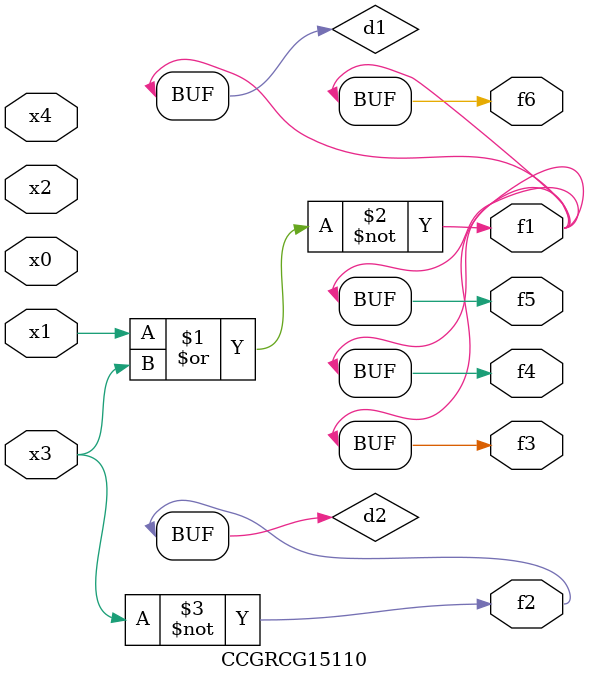
<source format=v>
module CCGRCG15110(
	input x0, x1, x2, x3, x4,
	output f1, f2, f3, f4, f5, f6
);

	wire d1, d2;

	nor (d1, x1, x3);
	not (d2, x3);
	assign f1 = d1;
	assign f2 = d2;
	assign f3 = d1;
	assign f4 = d1;
	assign f5 = d1;
	assign f6 = d1;
endmodule

</source>
